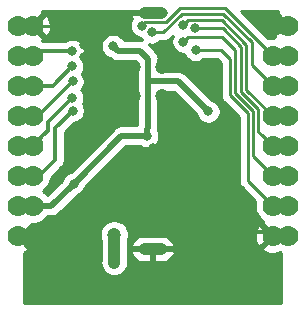
<source format=gbr>
G04 #@! TF.GenerationSoftware,KiCad,Pcbnew,5.1.0-rc2-unknown-4612175~81~ubuntu18.04.1*
G04 #@! TF.CreationDate,2019-03-08T09:47:56+02:00*
G04 #@! TF.ProjectId,LoRa_RevB,4c6f5261-5f52-4657-9642-2e6b69636164,rev?*
G04 #@! TF.SameCoordinates,Original*
G04 #@! TF.FileFunction,Copper,L2,Bot*
G04 #@! TF.FilePolarity,Positive*
%FSLAX46Y46*%
G04 Gerber Fmt 4.6, Leading zero omitted, Abs format (unit mm)*
G04 Created by KiCad (PCBNEW 5.1.0-rc2-unknown-4612175~81~ubuntu18.04.1) date 2019-03-08 09:47:56*
%MOMM*%
%LPD*%
G04 APERTURE LIST*
%ADD10C,1.778000*%
%ADD11C,0.100000*%
%ADD12O,2.500000X1.000000*%
%ADD13C,0.600000*%
%ADD14C,1.200000*%
%ADD15C,0.800000*%
%ADD16C,0.355600*%
%ADD17C,0.250000*%
%ADD18C,0.508000*%
%ADD19C,1.016000*%
%ADD20C,0.254000*%
G04 APERTURE END LIST*
D10*
X74930000Y-55880000D03*
X74930000Y-58420000D03*
X74930000Y-60960000D03*
X74930000Y-68580000D03*
X74930000Y-71120000D03*
X74930000Y-66040000D03*
X74930000Y-63500000D03*
X74930000Y-73660000D03*
D11*
G36*
X74050622Y-73529557D02*
G01*
X74067642Y-73443991D01*
X74092967Y-73360505D01*
X74126354Y-73279904D01*
X74167479Y-73202963D01*
X74215949Y-73130423D01*
X74271294Y-73062984D01*
X74332984Y-73001294D01*
X74400423Y-72945949D01*
X74472963Y-72897479D01*
X74549904Y-72856354D01*
X74630505Y-72822967D01*
X74713991Y-72797642D01*
X74799557Y-72780622D01*
X74886379Y-72772071D01*
X74973621Y-72772071D01*
X75060443Y-72780622D01*
X75146009Y-72797642D01*
X75229495Y-72822967D01*
X75310096Y-72856354D01*
X75387037Y-72897479D01*
X75459577Y-72945949D01*
X75527016Y-73001294D01*
X75588706Y-73062984D01*
X75644051Y-73130423D01*
X75692521Y-73202963D01*
X75733646Y-73279904D01*
X75767033Y-73360505D01*
X75792358Y-73443991D01*
X75809378Y-73529557D01*
X75817929Y-73616379D01*
X75817929Y-73703621D01*
X75809378Y-73790443D01*
X75792358Y-73876009D01*
X75767033Y-73959495D01*
X75733646Y-74040096D01*
X75692521Y-74117037D01*
X75644051Y-74189577D01*
X75588706Y-74257016D01*
X75527016Y-74318706D01*
X75459577Y-74374051D01*
X75387037Y-74422521D01*
X75310096Y-74463646D01*
X75229495Y-74497033D01*
X75146009Y-74522358D01*
X75060443Y-74539378D01*
X74973621Y-74547929D01*
X74886379Y-74547929D01*
X74799557Y-74539378D01*
X74713991Y-74522358D01*
X74630505Y-74497033D01*
X74549904Y-74463646D01*
X74472963Y-74422521D01*
X74400423Y-74374051D01*
X74332984Y-74318706D01*
X74271294Y-74257016D01*
X74215949Y-74189577D01*
X74167479Y-74117037D01*
X74126354Y-74040096D01*
X74092967Y-73959495D01*
X74067642Y-73876009D01*
X74050622Y-73790443D01*
X74042071Y-73703621D01*
X74042071Y-73616379D01*
X74050622Y-73529557D01*
X74050622Y-73529557D01*
G37*
D10*
X73660000Y-66040000D03*
X73660000Y-68580000D03*
X73660000Y-71120000D03*
X73660000Y-73660000D03*
X73660000Y-63500000D03*
X73660000Y-60960000D03*
X73660000Y-55880000D03*
X73660000Y-58420000D03*
X95250000Y-73660000D03*
X95250000Y-71120000D03*
X95250000Y-68580000D03*
X95250000Y-60960000D03*
X95250000Y-58420000D03*
X95250000Y-63500000D03*
X95250000Y-66040000D03*
X95250000Y-55880000D03*
D11*
G36*
X96129378Y-56010443D02*
G01*
X96112358Y-56096009D01*
X96087033Y-56179495D01*
X96053646Y-56260096D01*
X96012521Y-56337037D01*
X95964051Y-56409577D01*
X95908706Y-56477016D01*
X95847016Y-56538706D01*
X95779577Y-56594051D01*
X95707037Y-56642521D01*
X95630096Y-56683646D01*
X95549495Y-56717033D01*
X95466009Y-56742358D01*
X95380443Y-56759378D01*
X95293621Y-56767929D01*
X95206379Y-56767929D01*
X95119557Y-56759378D01*
X95033991Y-56742358D01*
X94950505Y-56717033D01*
X94869904Y-56683646D01*
X94792963Y-56642521D01*
X94720423Y-56594051D01*
X94652984Y-56538706D01*
X94591294Y-56477016D01*
X94535949Y-56409577D01*
X94487479Y-56337037D01*
X94446354Y-56260096D01*
X94412967Y-56179495D01*
X94387642Y-56096009D01*
X94370622Y-56010443D01*
X94362071Y-55923621D01*
X94362071Y-55836379D01*
X94370622Y-55749557D01*
X94387642Y-55663991D01*
X94412967Y-55580505D01*
X94446354Y-55499904D01*
X94487479Y-55422963D01*
X94535949Y-55350423D01*
X94591294Y-55282984D01*
X94652984Y-55221294D01*
X94720423Y-55165949D01*
X94792963Y-55117479D01*
X94869904Y-55076354D01*
X94950505Y-55042967D01*
X95033991Y-55017642D01*
X95119557Y-55000622D01*
X95206379Y-54992071D01*
X95293621Y-54992071D01*
X95380443Y-55000622D01*
X95466009Y-55017642D01*
X95549495Y-55042967D01*
X95630096Y-55076354D01*
X95707037Y-55117479D01*
X95779577Y-55165949D01*
X95847016Y-55221294D01*
X95908706Y-55282984D01*
X95964051Y-55350423D01*
X96012521Y-55422963D01*
X96053646Y-55499904D01*
X96087033Y-55580505D01*
X96112358Y-55663991D01*
X96129378Y-55749557D01*
X96137929Y-55836379D01*
X96137929Y-55923621D01*
X96129378Y-56010443D01*
X96129378Y-56010443D01*
G37*
D10*
X96520000Y-63500000D03*
X96520000Y-60960000D03*
X96520000Y-58420000D03*
X96520000Y-55880000D03*
X96520000Y-66040000D03*
X96520000Y-68580000D03*
X96520000Y-73660000D03*
X96520000Y-71120000D03*
D12*
X85090000Y-54770000D03*
X85090000Y-74770000D03*
D13*
X81825000Y-73550000D03*
D14*
X81825000Y-73550000D03*
X83502000Y-59400000D03*
X83502000Y-61800000D03*
X85902000Y-59400000D03*
X85902000Y-61800000D03*
D15*
X89381152Y-59451424D03*
X80314800Y-56489600D03*
X79332000Y-64060000D03*
X78332000Y-65060000D03*
X84632000Y-73360000D03*
X85632000Y-73360000D03*
X86632000Y-73360000D03*
X87632000Y-73360000D03*
X88632000Y-73360000D03*
X89632000Y-73360000D03*
X90632000Y-73360000D03*
X91632000Y-73360000D03*
X88902800Y-70205600D03*
X87902800Y-70205600D03*
X88953600Y-71462800D03*
X87953600Y-71462800D03*
X86902800Y-70205600D03*
X86953600Y-71462800D03*
X89445600Y-65786000D03*
X90445600Y-65786000D03*
X91445600Y-65786000D03*
X80121400Y-73362800D03*
X78121400Y-73362800D03*
X79121400Y-73362801D03*
X79248000Y-56484000D03*
X79248000Y-57484000D03*
X79248000Y-58484000D03*
X79248000Y-66040000D03*
X85140800Y-66192400D03*
X84607495Y-65187077D03*
X81737200Y-57594500D03*
X89789000Y-63119000D03*
X78384400Y-69240400D03*
X81809800Y-75931700D03*
X78308200Y-63068200D03*
X78270100Y-61976000D03*
X78282800Y-58000900D03*
X88708712Y-57923912D03*
X78270100Y-59309000D03*
X78295500Y-60591700D03*
X87680800Y-57221791D03*
X84988400Y-56438800D03*
X84162776Y-55855631D03*
X87680800Y-55770000D03*
X88672787Y-56095001D03*
D16*
X94983300Y-56146700D02*
X95250000Y-55880000D01*
D17*
X78644000Y-55880000D02*
X79248000Y-56484000D01*
X74930000Y-55880000D02*
X78644000Y-55880000D01*
D16*
X89039200Y-66192400D02*
X89445600Y-65786000D01*
X85140800Y-66192400D02*
X89039200Y-66192400D01*
X75227200Y-73362800D02*
X74930000Y-73660000D01*
X78121400Y-73362800D02*
X75227200Y-73362800D01*
X94950000Y-73360000D02*
X95250000Y-73660000D01*
X91632000Y-73360000D02*
X94950000Y-73360000D01*
D18*
X87249000Y-60579000D02*
X89789000Y-63119000D01*
X84683600Y-64545287D02*
X84607495Y-64621392D01*
X84607495Y-64621392D02*
X84607495Y-65187077D01*
X81737200Y-57594500D02*
X82137199Y-57994499D01*
X84029499Y-57994499D02*
X84683600Y-58648600D01*
X82137199Y-57994499D02*
X84029499Y-57994499D01*
X87249000Y-60579000D02*
X84709000Y-60579000D01*
X84683600Y-58648600D02*
X84683600Y-60604400D01*
X84709000Y-60579000D02*
X84683600Y-60604400D01*
X84683600Y-60604400D02*
X84683600Y-64545287D01*
X84607495Y-65187077D02*
X82437723Y-65187077D01*
X82437723Y-65187077D02*
X78384400Y-69240400D01*
X76504800Y-71120000D02*
X78384400Y-69240400D01*
X74930000Y-71120000D02*
X76504800Y-71120000D01*
D19*
X81825000Y-75916500D02*
X81809800Y-75931700D01*
X81825000Y-73550000D02*
X81825000Y-75916500D01*
D16*
X76809600Y-67259200D02*
X75488800Y-68580000D01*
X78308200Y-63068200D02*
X76809600Y-64566800D01*
X75488800Y-68580000D02*
X74930000Y-68580000D01*
X76809600Y-64566800D02*
X76809600Y-67259200D01*
X75818999Y-65151001D02*
X74930000Y-66040000D01*
X76196801Y-64773199D02*
X75818999Y-65151001D01*
X76196801Y-64011199D02*
X76196801Y-64773199D01*
X78270100Y-61976000D02*
X78232000Y-61976000D01*
X78232000Y-61976000D02*
X76196801Y-64011199D01*
X75349100Y-58000900D02*
X74930000Y-58420000D01*
X78282800Y-58000900D02*
X75349100Y-58000900D01*
D17*
X94361001Y-70231001D02*
X95250000Y-71120000D01*
X90842312Y-57923912D02*
X91592400Y-58674000D01*
X88708712Y-57923912D02*
X90842312Y-57923912D01*
X91592400Y-61751632D02*
X93116400Y-63275632D01*
X91592400Y-58674000D02*
X91592400Y-61751632D01*
X93116400Y-63275632D02*
X93116400Y-68986400D01*
X93116400Y-68986400D02*
X94361001Y-70231001D01*
D16*
X76619100Y-60960000D02*
X74930000Y-60960000D01*
X78270100Y-59309000D02*
X76619100Y-60960000D01*
X75387200Y-63500000D02*
X74930000Y-63500000D01*
X78295500Y-60591700D02*
X75387200Y-63500000D01*
D17*
X90958988Y-56821792D02*
X92049600Y-57912404D01*
X92049600Y-57912404D02*
X92049600Y-61572421D01*
X93585988Y-66915988D02*
X94361001Y-67691001D01*
X88080799Y-56821792D02*
X90958988Y-56821792D01*
X87680800Y-57221791D02*
X88080799Y-56821792D01*
X94361001Y-67691001D02*
X95250000Y-68580000D01*
X93585988Y-63108809D02*
X93585988Y-66915988D01*
X92049600Y-61572421D02*
X93585988Y-63108809D01*
X91050400Y-54856810D02*
X93472001Y-57278411D01*
X93472001Y-59182001D02*
X94361001Y-60071001D01*
X87562401Y-54856810D02*
X91050400Y-54856810D01*
X94361001Y-60071001D02*
X95250000Y-60960000D01*
X93472001Y-57278411D02*
X93472001Y-59182001D01*
X85980411Y-56438800D02*
X87562401Y-54856810D01*
X84988400Y-56438800D02*
X85980411Y-56438800D01*
X87319140Y-54457600D02*
X87325200Y-54457600D01*
X87325200Y-54457600D02*
X87376001Y-54406799D01*
X86181730Y-55595010D02*
X87319140Y-54457600D01*
X87376001Y-54406799D02*
X91236799Y-54406799D01*
X84423397Y-55595010D02*
X86181730Y-55595010D01*
X84162776Y-55855631D02*
X84423397Y-55595010D01*
X91236799Y-54406799D02*
X94361001Y-57531001D01*
X94361001Y-57531001D02*
X95250000Y-58420000D01*
X93021990Y-57464810D02*
X93021990Y-61271990D01*
X90927181Y-55370001D02*
X93021990Y-57464810D01*
X88080799Y-55370001D02*
X90927181Y-55370001D01*
X87680800Y-55770000D02*
X88080799Y-55370001D01*
X93021990Y-61271990D02*
X95250000Y-63500000D01*
X94035999Y-62922409D02*
X94035999Y-64825999D01*
X94361001Y-65151001D02*
X95250000Y-66040000D01*
X91015771Y-56095001D02*
X92557600Y-57636830D01*
X88672787Y-56095001D02*
X91015771Y-56095001D01*
X92557600Y-61444010D02*
X94035999Y-62922409D01*
X92557600Y-57636830D02*
X92557600Y-61444010D01*
X94035999Y-64825999D02*
X94361001Y-65151001D01*
D20*
G36*
X86763595Y-56731535D02*
G01*
X86685574Y-56919893D01*
X86645800Y-57119852D01*
X86645800Y-57323730D01*
X86685574Y-57523689D01*
X86763595Y-57712047D01*
X86876863Y-57881565D01*
X87021026Y-58025728D01*
X87190544Y-58138996D01*
X87378902Y-58217017D01*
X87578861Y-58256791D01*
X87726319Y-58256791D01*
X87791507Y-58414168D01*
X87904775Y-58583686D01*
X88048938Y-58727849D01*
X88218456Y-58841117D01*
X88406814Y-58919138D01*
X88606773Y-58958912D01*
X88810651Y-58958912D01*
X89010610Y-58919138D01*
X89198968Y-58841117D01*
X89368486Y-58727849D01*
X89412423Y-58683912D01*
X90527511Y-58683912D01*
X90832400Y-58988802D01*
X90832401Y-61714300D01*
X90828724Y-61751632D01*
X90843398Y-61900617D01*
X90886854Y-62043878D01*
X90957426Y-62175908D01*
X91019437Y-62251468D01*
X91052400Y-62291633D01*
X91081398Y-62315431D01*
X92356400Y-63590435D01*
X92356401Y-68949068D01*
X92352724Y-68986400D01*
X92367398Y-69135385D01*
X92410854Y-69278646D01*
X92481426Y-69410676D01*
X92539960Y-69481999D01*
X92576400Y-69526401D01*
X92605398Y-69550199D01*
X93775623Y-70720425D01*
X93726000Y-70969899D01*
X93726000Y-71270101D01*
X93784566Y-71564534D01*
X93899449Y-71841885D01*
X94066232Y-72091493D01*
X94278507Y-72303768D01*
X94436622Y-72409417D01*
X94373374Y-72603769D01*
X95045250Y-73275645D01*
X95006420Y-73427230D01*
X94997701Y-73587306D01*
X94193769Y-72783374D01*
X93940711Y-72865727D01*
X93810914Y-73136418D01*
X93736420Y-73427230D01*
X93720092Y-73726988D01*
X93762557Y-74024171D01*
X93862184Y-74307359D01*
X93940711Y-74454273D01*
X94193769Y-74536626D01*
X94991757Y-73738638D01*
X95032557Y-74024171D01*
X95041113Y-74048492D01*
X94373374Y-74716231D01*
X94455727Y-74969289D01*
X94726418Y-75099086D01*
X95017230Y-75173580D01*
X95316988Y-75189908D01*
X95614171Y-75147443D01*
X95892823Y-75049412D01*
X95987000Y-75094570D01*
X95987000Y-79350000D01*
X74193000Y-79350000D01*
X74193000Y-75088048D01*
X74307359Y-75047816D01*
X74454273Y-74969289D01*
X74536626Y-74716231D01*
X74193000Y-74372605D01*
X74193000Y-74013395D01*
X74716231Y-74536626D01*
X74969289Y-74454273D01*
X75099086Y-74183582D01*
X75173580Y-73892770D01*
X75189908Y-73593012D01*
X75166382Y-73428363D01*
X80590000Y-73428363D01*
X80590000Y-73671637D01*
X80637460Y-73910236D01*
X80682000Y-74017766D01*
X80682001Y-75721219D01*
X80661271Y-75931700D01*
X80683339Y-76155767D01*
X80748698Y-76371223D01*
X80854833Y-76569788D01*
X80997667Y-76743833D01*
X81171712Y-76886667D01*
X81370277Y-76992802D01*
X81585733Y-77058161D01*
X81809800Y-77080229D01*
X82033867Y-77058161D01*
X82249323Y-76992802D01*
X82447888Y-76886667D01*
X82578321Y-76779624D01*
X82593517Y-76764428D01*
X82637133Y-76728633D01*
X82779968Y-76554589D01*
X82886103Y-76356023D01*
X82951461Y-76140567D01*
X82968000Y-75972646D01*
X82968000Y-75972639D01*
X82973529Y-75916501D01*
X82968000Y-75860362D01*
X82968000Y-75071874D01*
X83245881Y-75071874D01*
X83325724Y-75294976D01*
X83447631Y-75482764D01*
X83603831Y-75643161D01*
X83788322Y-75770003D01*
X83994013Y-75858415D01*
X84213000Y-75905000D01*
X84963000Y-75905000D01*
X84963000Y-74897000D01*
X85217000Y-74897000D01*
X85217000Y-75905000D01*
X85967000Y-75905000D01*
X86185987Y-75858415D01*
X86391678Y-75770003D01*
X86576169Y-75643161D01*
X86732369Y-75482764D01*
X86854276Y-75294976D01*
X86934119Y-75071874D01*
X86807954Y-74897000D01*
X85217000Y-74897000D01*
X84963000Y-74897000D01*
X83372046Y-74897000D01*
X83245881Y-75071874D01*
X82968000Y-75071874D01*
X82968000Y-74468126D01*
X83245881Y-74468126D01*
X83372046Y-74643000D01*
X84963000Y-74643000D01*
X84963000Y-74623000D01*
X85217000Y-74623000D01*
X85217000Y-74643000D01*
X86807954Y-74643000D01*
X86934119Y-74468126D01*
X86854276Y-74245024D01*
X86732369Y-74057236D01*
X86576169Y-73896839D01*
X86391678Y-73769997D01*
X86185987Y-73681585D01*
X85967000Y-73635000D01*
X84213000Y-73635000D01*
X83994013Y-73681585D01*
X83788322Y-73769997D01*
X83603831Y-73896839D01*
X83447631Y-74057236D01*
X83325724Y-74245024D01*
X83245881Y-74468126D01*
X82968000Y-74468126D01*
X82968000Y-74017765D01*
X83012540Y-73910236D01*
X83060000Y-73671637D01*
X83060000Y-73428363D01*
X83012540Y-73189764D01*
X82919443Y-72965008D01*
X82784287Y-72762733D01*
X82612267Y-72590713D01*
X82409992Y-72455557D01*
X82185236Y-72362460D01*
X81946637Y-72315000D01*
X81703363Y-72315000D01*
X81464764Y-72362460D01*
X81240008Y-72455557D01*
X81037733Y-72590713D01*
X80865713Y-72762733D01*
X80730557Y-72965008D01*
X80637460Y-73189764D01*
X80590000Y-73428363D01*
X75166382Y-73428363D01*
X75147443Y-73295829D01*
X75047816Y-73012641D01*
X74969289Y-72865727D01*
X74716233Y-72783375D01*
X74832214Y-72667394D01*
X74808820Y-72644000D01*
X75080101Y-72644000D01*
X75374534Y-72585434D01*
X75651885Y-72470551D01*
X75901493Y-72303768D01*
X76113768Y-72091493D01*
X76168888Y-72009000D01*
X76461140Y-72009000D01*
X76504800Y-72013300D01*
X76548460Y-72009000D01*
X76548467Y-72009000D01*
X76679074Y-71996136D01*
X76846651Y-71945303D01*
X77001091Y-71862753D01*
X77136459Y-71751659D01*
X77164299Y-71717736D01*
X78636506Y-70245530D01*
X78686298Y-70235626D01*
X78874656Y-70157605D01*
X79044174Y-70044337D01*
X79188337Y-69900174D01*
X79301605Y-69730656D01*
X79379626Y-69542298D01*
X79389530Y-69492505D01*
X82805958Y-66076077D01*
X84075027Y-66076077D01*
X84117239Y-66104282D01*
X84305597Y-66182303D01*
X84505556Y-66222077D01*
X84709434Y-66222077D01*
X84909393Y-66182303D01*
X85097751Y-66104282D01*
X85267269Y-65991014D01*
X85411432Y-65846851D01*
X85524700Y-65677333D01*
X85602721Y-65488975D01*
X85642495Y-65289016D01*
X85642495Y-65085138D01*
X85602721Y-64885179D01*
X85548907Y-64755261D01*
X85559736Y-64719561D01*
X85572600Y-64588954D01*
X85572600Y-64588947D01*
X85576900Y-64545287D01*
X85572600Y-64501627D01*
X85572600Y-61468000D01*
X86880765Y-61468000D01*
X88783870Y-63371106D01*
X88793774Y-63420898D01*
X88871795Y-63609256D01*
X88985063Y-63778774D01*
X89129226Y-63922937D01*
X89298744Y-64036205D01*
X89487102Y-64114226D01*
X89687061Y-64154000D01*
X89890939Y-64154000D01*
X90090898Y-64114226D01*
X90279256Y-64036205D01*
X90448774Y-63922937D01*
X90592937Y-63778774D01*
X90706205Y-63609256D01*
X90784226Y-63420898D01*
X90824000Y-63220939D01*
X90824000Y-63017061D01*
X90784226Y-62817102D01*
X90706205Y-62628744D01*
X90592937Y-62459226D01*
X90448774Y-62315063D01*
X90279256Y-62201795D01*
X90090898Y-62123774D01*
X90041106Y-62113870D01*
X87908499Y-59981264D01*
X87880659Y-59947341D01*
X87745291Y-59836247D01*
X87590851Y-59753697D01*
X87423274Y-59702864D01*
X87292667Y-59690000D01*
X87292660Y-59690000D01*
X87249000Y-59685700D01*
X87205340Y-59690000D01*
X85572600Y-59690000D01*
X85572600Y-58692268D01*
X85576901Y-58648600D01*
X85559736Y-58474325D01*
X85521473Y-58348188D01*
X85508903Y-58306749D01*
X85426353Y-58152309D01*
X85315259Y-58016941D01*
X85281342Y-57989106D01*
X84736133Y-57443898D01*
X84886461Y-57473800D01*
X85090339Y-57473800D01*
X85290298Y-57434026D01*
X85478656Y-57356005D01*
X85648174Y-57242737D01*
X85692111Y-57198800D01*
X85943089Y-57198800D01*
X85980411Y-57202476D01*
X86017733Y-57198800D01*
X86017744Y-57198800D01*
X86129397Y-57187803D01*
X86272658Y-57144346D01*
X86404687Y-57073774D01*
X86520412Y-56978801D01*
X86544215Y-56949797D01*
X86765846Y-56728166D01*
X86763595Y-56731535D01*
X86763595Y-56731535D01*
G37*
X86763595Y-56731535D02*
X86685574Y-56919893D01*
X86645800Y-57119852D01*
X86645800Y-57323730D01*
X86685574Y-57523689D01*
X86763595Y-57712047D01*
X86876863Y-57881565D01*
X87021026Y-58025728D01*
X87190544Y-58138996D01*
X87378902Y-58217017D01*
X87578861Y-58256791D01*
X87726319Y-58256791D01*
X87791507Y-58414168D01*
X87904775Y-58583686D01*
X88048938Y-58727849D01*
X88218456Y-58841117D01*
X88406814Y-58919138D01*
X88606773Y-58958912D01*
X88810651Y-58958912D01*
X89010610Y-58919138D01*
X89198968Y-58841117D01*
X89368486Y-58727849D01*
X89412423Y-58683912D01*
X90527511Y-58683912D01*
X90832400Y-58988802D01*
X90832401Y-61714300D01*
X90828724Y-61751632D01*
X90843398Y-61900617D01*
X90886854Y-62043878D01*
X90957426Y-62175908D01*
X91019437Y-62251468D01*
X91052400Y-62291633D01*
X91081398Y-62315431D01*
X92356400Y-63590435D01*
X92356401Y-68949068D01*
X92352724Y-68986400D01*
X92367398Y-69135385D01*
X92410854Y-69278646D01*
X92481426Y-69410676D01*
X92539960Y-69481999D01*
X92576400Y-69526401D01*
X92605398Y-69550199D01*
X93775623Y-70720425D01*
X93726000Y-70969899D01*
X93726000Y-71270101D01*
X93784566Y-71564534D01*
X93899449Y-71841885D01*
X94066232Y-72091493D01*
X94278507Y-72303768D01*
X94436622Y-72409417D01*
X94373374Y-72603769D01*
X95045250Y-73275645D01*
X95006420Y-73427230D01*
X94997701Y-73587306D01*
X94193769Y-72783374D01*
X93940711Y-72865727D01*
X93810914Y-73136418D01*
X93736420Y-73427230D01*
X93720092Y-73726988D01*
X93762557Y-74024171D01*
X93862184Y-74307359D01*
X93940711Y-74454273D01*
X94193769Y-74536626D01*
X94991757Y-73738638D01*
X95032557Y-74024171D01*
X95041113Y-74048492D01*
X94373374Y-74716231D01*
X94455727Y-74969289D01*
X94726418Y-75099086D01*
X95017230Y-75173580D01*
X95316988Y-75189908D01*
X95614171Y-75147443D01*
X95892823Y-75049412D01*
X95987000Y-75094570D01*
X95987000Y-79350000D01*
X74193000Y-79350000D01*
X74193000Y-75088048D01*
X74307359Y-75047816D01*
X74454273Y-74969289D01*
X74536626Y-74716231D01*
X74193000Y-74372605D01*
X74193000Y-74013395D01*
X74716231Y-74536626D01*
X74969289Y-74454273D01*
X75099086Y-74183582D01*
X75173580Y-73892770D01*
X75189908Y-73593012D01*
X75166382Y-73428363D01*
X80590000Y-73428363D01*
X80590000Y-73671637D01*
X80637460Y-73910236D01*
X80682000Y-74017766D01*
X80682001Y-75721219D01*
X80661271Y-75931700D01*
X80683339Y-76155767D01*
X80748698Y-76371223D01*
X80854833Y-76569788D01*
X80997667Y-76743833D01*
X81171712Y-76886667D01*
X81370277Y-76992802D01*
X81585733Y-77058161D01*
X81809800Y-77080229D01*
X82033867Y-77058161D01*
X82249323Y-76992802D01*
X82447888Y-76886667D01*
X82578321Y-76779624D01*
X82593517Y-76764428D01*
X82637133Y-76728633D01*
X82779968Y-76554589D01*
X82886103Y-76356023D01*
X82951461Y-76140567D01*
X82968000Y-75972646D01*
X82968000Y-75972639D01*
X82973529Y-75916501D01*
X82968000Y-75860362D01*
X82968000Y-75071874D01*
X83245881Y-75071874D01*
X83325724Y-75294976D01*
X83447631Y-75482764D01*
X83603831Y-75643161D01*
X83788322Y-75770003D01*
X83994013Y-75858415D01*
X84213000Y-75905000D01*
X84963000Y-75905000D01*
X84963000Y-74897000D01*
X85217000Y-74897000D01*
X85217000Y-75905000D01*
X85967000Y-75905000D01*
X86185987Y-75858415D01*
X86391678Y-75770003D01*
X86576169Y-75643161D01*
X86732369Y-75482764D01*
X86854276Y-75294976D01*
X86934119Y-75071874D01*
X86807954Y-74897000D01*
X85217000Y-74897000D01*
X84963000Y-74897000D01*
X83372046Y-74897000D01*
X83245881Y-75071874D01*
X82968000Y-75071874D01*
X82968000Y-74468126D01*
X83245881Y-74468126D01*
X83372046Y-74643000D01*
X84963000Y-74643000D01*
X84963000Y-74623000D01*
X85217000Y-74623000D01*
X85217000Y-74643000D01*
X86807954Y-74643000D01*
X86934119Y-74468126D01*
X86854276Y-74245024D01*
X86732369Y-74057236D01*
X86576169Y-73896839D01*
X86391678Y-73769997D01*
X86185987Y-73681585D01*
X85967000Y-73635000D01*
X84213000Y-73635000D01*
X83994013Y-73681585D01*
X83788322Y-73769997D01*
X83603831Y-73896839D01*
X83447631Y-74057236D01*
X83325724Y-74245024D01*
X83245881Y-74468126D01*
X82968000Y-74468126D01*
X82968000Y-74017765D01*
X83012540Y-73910236D01*
X83060000Y-73671637D01*
X83060000Y-73428363D01*
X83012540Y-73189764D01*
X82919443Y-72965008D01*
X82784287Y-72762733D01*
X82612267Y-72590713D01*
X82409992Y-72455557D01*
X82185236Y-72362460D01*
X81946637Y-72315000D01*
X81703363Y-72315000D01*
X81464764Y-72362460D01*
X81240008Y-72455557D01*
X81037733Y-72590713D01*
X80865713Y-72762733D01*
X80730557Y-72965008D01*
X80637460Y-73189764D01*
X80590000Y-73428363D01*
X75166382Y-73428363D01*
X75147443Y-73295829D01*
X75047816Y-73012641D01*
X74969289Y-72865727D01*
X74716233Y-72783375D01*
X74832214Y-72667394D01*
X74808820Y-72644000D01*
X75080101Y-72644000D01*
X75374534Y-72585434D01*
X75651885Y-72470551D01*
X75901493Y-72303768D01*
X76113768Y-72091493D01*
X76168888Y-72009000D01*
X76461140Y-72009000D01*
X76504800Y-72013300D01*
X76548460Y-72009000D01*
X76548467Y-72009000D01*
X76679074Y-71996136D01*
X76846651Y-71945303D01*
X77001091Y-71862753D01*
X77136459Y-71751659D01*
X77164299Y-71717736D01*
X78636506Y-70245530D01*
X78686298Y-70235626D01*
X78874656Y-70157605D01*
X79044174Y-70044337D01*
X79188337Y-69900174D01*
X79301605Y-69730656D01*
X79379626Y-69542298D01*
X79389530Y-69492505D01*
X82805958Y-66076077D01*
X84075027Y-66076077D01*
X84117239Y-66104282D01*
X84305597Y-66182303D01*
X84505556Y-66222077D01*
X84709434Y-66222077D01*
X84909393Y-66182303D01*
X85097751Y-66104282D01*
X85267269Y-65991014D01*
X85411432Y-65846851D01*
X85524700Y-65677333D01*
X85602721Y-65488975D01*
X85642495Y-65289016D01*
X85642495Y-65085138D01*
X85602721Y-64885179D01*
X85548907Y-64755261D01*
X85559736Y-64719561D01*
X85572600Y-64588954D01*
X85572600Y-64588947D01*
X85576900Y-64545287D01*
X85572600Y-64501627D01*
X85572600Y-61468000D01*
X86880765Y-61468000D01*
X88783870Y-63371106D01*
X88793774Y-63420898D01*
X88871795Y-63609256D01*
X88985063Y-63778774D01*
X89129226Y-63922937D01*
X89298744Y-64036205D01*
X89487102Y-64114226D01*
X89687061Y-64154000D01*
X89890939Y-64154000D01*
X90090898Y-64114226D01*
X90279256Y-64036205D01*
X90448774Y-63922937D01*
X90592937Y-63778774D01*
X90706205Y-63609256D01*
X90784226Y-63420898D01*
X90824000Y-63220939D01*
X90824000Y-63017061D01*
X90784226Y-62817102D01*
X90706205Y-62628744D01*
X90592937Y-62459226D01*
X90448774Y-62315063D01*
X90279256Y-62201795D01*
X90090898Y-62123774D01*
X90041106Y-62113870D01*
X87908499Y-59981264D01*
X87880659Y-59947341D01*
X87745291Y-59836247D01*
X87590851Y-59753697D01*
X87423274Y-59702864D01*
X87292667Y-59690000D01*
X87292660Y-59690000D01*
X87249000Y-59685700D01*
X87205340Y-59690000D01*
X85572600Y-59690000D01*
X85572600Y-58692268D01*
X85576901Y-58648600D01*
X85559736Y-58474325D01*
X85521473Y-58348188D01*
X85508903Y-58306749D01*
X85426353Y-58152309D01*
X85315259Y-58016941D01*
X85281342Y-57989106D01*
X84736133Y-57443898D01*
X84886461Y-57473800D01*
X85090339Y-57473800D01*
X85290298Y-57434026D01*
X85478656Y-57356005D01*
X85648174Y-57242737D01*
X85692111Y-57198800D01*
X85943089Y-57198800D01*
X85980411Y-57202476D01*
X86017733Y-57198800D01*
X86017744Y-57198800D01*
X86129397Y-57187803D01*
X86272658Y-57144346D01*
X86404687Y-57073774D01*
X86520412Y-56978801D01*
X86544215Y-56949797D01*
X86765846Y-56728166D01*
X86763595Y-56731535D01*
G36*
X83372046Y-54643000D02*
G01*
X84963000Y-54643000D01*
X84963000Y-54635000D01*
X85217000Y-54635000D01*
X85217000Y-54643000D01*
X85237000Y-54643000D01*
X85237000Y-54835010D01*
X84460722Y-54835010D01*
X84423397Y-54831334D01*
X84386072Y-54835010D01*
X84386064Y-54835010D01*
X84353251Y-54838242D01*
X84264715Y-54820631D01*
X84060837Y-54820631D01*
X83860878Y-54860405D01*
X83772530Y-54897000D01*
X83372046Y-54897000D01*
X83245881Y-55071874D01*
X83314174Y-55262703D01*
X83245571Y-55365375D01*
X83167550Y-55553733D01*
X83127776Y-55753692D01*
X83127776Y-55957570D01*
X83167550Y-56157529D01*
X83245571Y-56345887D01*
X83358839Y-56515405D01*
X83503002Y-56659568D01*
X83672520Y-56772836D01*
X83860878Y-56850857D01*
X84054780Y-56889426D01*
X84071195Y-56929056D01*
X84184463Y-57098574D01*
X84204461Y-57118572D01*
X84203773Y-57118363D01*
X84073166Y-57105499D01*
X84073159Y-57105499D01*
X84029499Y-57101199D01*
X83985839Y-57105499D01*
X82654925Y-57105499D01*
X82654405Y-57104244D01*
X82541137Y-56934726D01*
X82396974Y-56790563D01*
X82227456Y-56677295D01*
X82039098Y-56599274D01*
X81839139Y-56559500D01*
X81635261Y-56559500D01*
X81435302Y-56599274D01*
X81246944Y-56677295D01*
X81077426Y-56790563D01*
X80933263Y-56934726D01*
X80819995Y-57104244D01*
X80741974Y-57292602D01*
X80702200Y-57492561D01*
X80702200Y-57696439D01*
X80741974Y-57896398D01*
X80819995Y-58084756D01*
X80933263Y-58254274D01*
X81077426Y-58398437D01*
X81246944Y-58511705D01*
X81435302Y-58589726D01*
X81483511Y-58599315D01*
X81505540Y-58626158D01*
X81640908Y-58737252D01*
X81795348Y-58819802D01*
X81876026Y-58844275D01*
X81962924Y-58870635D01*
X81981272Y-58872442D01*
X82093532Y-58883499D01*
X82093538Y-58883499D01*
X82137198Y-58887799D01*
X82180858Y-58883499D01*
X83661264Y-58883499D01*
X83794600Y-59016836D01*
X83794601Y-60560724D01*
X83794600Y-60560734D01*
X83794600Y-60560740D01*
X83790300Y-60604400D01*
X83794600Y-60648060D01*
X83794601Y-64256327D01*
X83791462Y-64262200D01*
X83782192Y-64279542D01*
X83776570Y-64298077D01*
X82481382Y-64298077D01*
X82437722Y-64293777D01*
X82394062Y-64298077D01*
X82394056Y-64298077D01*
X82296647Y-64307671D01*
X82263447Y-64310941D01*
X82186545Y-64334269D01*
X82095872Y-64361774D01*
X81941432Y-64444324D01*
X81806064Y-64555418D01*
X81778224Y-64589341D01*
X78132295Y-68235270D01*
X78082502Y-68245174D01*
X77894144Y-68323195D01*
X77724626Y-68436463D01*
X77580463Y-68580626D01*
X77467195Y-68750144D01*
X77389174Y-68938502D01*
X77379270Y-68988294D01*
X76155941Y-70211624D01*
X76113768Y-70148507D01*
X75901493Y-69936232D01*
X75772438Y-69850000D01*
X75901493Y-69763768D01*
X76113768Y-69551493D01*
X76280551Y-69301885D01*
X76395434Y-69024534D01*
X76445515Y-68772757D01*
X77356106Y-67862167D01*
X77387117Y-67836717D01*
X77444168Y-67767200D01*
X77488688Y-67712953D01*
X77514977Y-67663768D01*
X77564162Y-67571750D01*
X77610639Y-67418537D01*
X77622400Y-67299123D01*
X77622400Y-67299121D01*
X77626332Y-67259201D01*
X77622400Y-67219280D01*
X77622400Y-64903472D01*
X78425784Y-64100088D01*
X78610098Y-64063426D01*
X78798456Y-63985405D01*
X78967974Y-63872137D01*
X79112137Y-63727974D01*
X79225405Y-63558456D01*
X79303426Y-63370098D01*
X79343200Y-63170139D01*
X79343200Y-62966261D01*
X79303426Y-62766302D01*
X79225405Y-62577944D01*
X79169041Y-62493590D01*
X79187305Y-62466256D01*
X79265326Y-62277898D01*
X79305100Y-62077939D01*
X79305100Y-61874061D01*
X79265326Y-61674102D01*
X79187305Y-61485744D01*
X79074037Y-61316226D01*
X79054361Y-61296550D01*
X79099437Y-61251474D01*
X79212705Y-61081956D01*
X79290726Y-60893598D01*
X79330500Y-60693639D01*
X79330500Y-60489761D01*
X79290726Y-60289802D01*
X79212705Y-60101444D01*
X79099437Y-59931926D01*
X79098970Y-59931459D01*
X79187305Y-59799256D01*
X79265326Y-59610898D01*
X79305100Y-59410939D01*
X79305100Y-59207061D01*
X79265326Y-59007102D01*
X79187305Y-58818744D01*
X79083709Y-58663702D01*
X79086737Y-58660674D01*
X79200005Y-58491156D01*
X79278026Y-58302798D01*
X79317800Y-58102839D01*
X79317800Y-57898961D01*
X79278026Y-57699002D01*
X79200005Y-57510644D01*
X79086737Y-57341126D01*
X78942574Y-57196963D01*
X78773056Y-57083695D01*
X78584698Y-57005674D01*
X78384739Y-56965900D01*
X78180861Y-56965900D01*
X77980902Y-57005674D01*
X77792544Y-57083695D01*
X77636290Y-57188100D01*
X75829458Y-57188100D01*
X75743378Y-57130583D01*
X75806626Y-56936231D01*
X75134750Y-56264355D01*
X75173580Y-56112770D01*
X75182299Y-55952694D01*
X75986231Y-56756626D01*
X76239289Y-56674273D01*
X76369086Y-56403582D01*
X76443580Y-56112770D01*
X76459908Y-55813012D01*
X76417443Y-55515829D01*
X76317816Y-55232641D01*
X76239289Y-55085727D01*
X75986231Y-55003374D01*
X75188243Y-55801362D01*
X75147443Y-55515829D01*
X75138887Y-55491508D01*
X75806626Y-54823769D01*
X75745195Y-54635000D01*
X83366274Y-54635000D01*
X83372046Y-54643000D01*
X83372046Y-54643000D01*
G37*
X83372046Y-54643000D02*
X84963000Y-54643000D01*
X84963000Y-54635000D01*
X85217000Y-54635000D01*
X85217000Y-54643000D01*
X85237000Y-54643000D01*
X85237000Y-54835010D01*
X84460722Y-54835010D01*
X84423397Y-54831334D01*
X84386072Y-54835010D01*
X84386064Y-54835010D01*
X84353251Y-54838242D01*
X84264715Y-54820631D01*
X84060837Y-54820631D01*
X83860878Y-54860405D01*
X83772530Y-54897000D01*
X83372046Y-54897000D01*
X83245881Y-55071874D01*
X83314174Y-55262703D01*
X83245571Y-55365375D01*
X83167550Y-55553733D01*
X83127776Y-55753692D01*
X83127776Y-55957570D01*
X83167550Y-56157529D01*
X83245571Y-56345887D01*
X83358839Y-56515405D01*
X83503002Y-56659568D01*
X83672520Y-56772836D01*
X83860878Y-56850857D01*
X84054780Y-56889426D01*
X84071195Y-56929056D01*
X84184463Y-57098574D01*
X84204461Y-57118572D01*
X84203773Y-57118363D01*
X84073166Y-57105499D01*
X84073159Y-57105499D01*
X84029499Y-57101199D01*
X83985839Y-57105499D01*
X82654925Y-57105499D01*
X82654405Y-57104244D01*
X82541137Y-56934726D01*
X82396974Y-56790563D01*
X82227456Y-56677295D01*
X82039098Y-56599274D01*
X81839139Y-56559500D01*
X81635261Y-56559500D01*
X81435302Y-56599274D01*
X81246944Y-56677295D01*
X81077426Y-56790563D01*
X80933263Y-56934726D01*
X80819995Y-57104244D01*
X80741974Y-57292602D01*
X80702200Y-57492561D01*
X80702200Y-57696439D01*
X80741974Y-57896398D01*
X80819995Y-58084756D01*
X80933263Y-58254274D01*
X81077426Y-58398437D01*
X81246944Y-58511705D01*
X81435302Y-58589726D01*
X81483511Y-58599315D01*
X81505540Y-58626158D01*
X81640908Y-58737252D01*
X81795348Y-58819802D01*
X81876026Y-58844275D01*
X81962924Y-58870635D01*
X81981272Y-58872442D01*
X82093532Y-58883499D01*
X82093538Y-58883499D01*
X82137198Y-58887799D01*
X82180858Y-58883499D01*
X83661264Y-58883499D01*
X83794600Y-59016836D01*
X83794601Y-60560724D01*
X83794600Y-60560734D01*
X83794600Y-60560740D01*
X83790300Y-60604400D01*
X83794600Y-60648060D01*
X83794601Y-64256327D01*
X83791462Y-64262200D01*
X83782192Y-64279542D01*
X83776570Y-64298077D01*
X82481382Y-64298077D01*
X82437722Y-64293777D01*
X82394062Y-64298077D01*
X82394056Y-64298077D01*
X82296647Y-64307671D01*
X82263447Y-64310941D01*
X82186545Y-64334269D01*
X82095872Y-64361774D01*
X81941432Y-64444324D01*
X81806064Y-64555418D01*
X81778224Y-64589341D01*
X78132295Y-68235270D01*
X78082502Y-68245174D01*
X77894144Y-68323195D01*
X77724626Y-68436463D01*
X77580463Y-68580626D01*
X77467195Y-68750144D01*
X77389174Y-68938502D01*
X77379270Y-68988294D01*
X76155941Y-70211624D01*
X76113768Y-70148507D01*
X75901493Y-69936232D01*
X75772438Y-69850000D01*
X75901493Y-69763768D01*
X76113768Y-69551493D01*
X76280551Y-69301885D01*
X76395434Y-69024534D01*
X76445515Y-68772757D01*
X77356106Y-67862167D01*
X77387117Y-67836717D01*
X77444168Y-67767200D01*
X77488688Y-67712953D01*
X77514977Y-67663768D01*
X77564162Y-67571750D01*
X77610639Y-67418537D01*
X77622400Y-67299123D01*
X77622400Y-67299121D01*
X77626332Y-67259201D01*
X77622400Y-67219280D01*
X77622400Y-64903472D01*
X78425784Y-64100088D01*
X78610098Y-64063426D01*
X78798456Y-63985405D01*
X78967974Y-63872137D01*
X79112137Y-63727974D01*
X79225405Y-63558456D01*
X79303426Y-63370098D01*
X79343200Y-63170139D01*
X79343200Y-62966261D01*
X79303426Y-62766302D01*
X79225405Y-62577944D01*
X79169041Y-62493590D01*
X79187305Y-62466256D01*
X79265326Y-62277898D01*
X79305100Y-62077939D01*
X79305100Y-61874061D01*
X79265326Y-61674102D01*
X79187305Y-61485744D01*
X79074037Y-61316226D01*
X79054361Y-61296550D01*
X79099437Y-61251474D01*
X79212705Y-61081956D01*
X79290726Y-60893598D01*
X79330500Y-60693639D01*
X79330500Y-60489761D01*
X79290726Y-60289802D01*
X79212705Y-60101444D01*
X79099437Y-59931926D01*
X79098970Y-59931459D01*
X79187305Y-59799256D01*
X79265326Y-59610898D01*
X79305100Y-59410939D01*
X79305100Y-59207061D01*
X79265326Y-59007102D01*
X79187305Y-58818744D01*
X79083709Y-58663702D01*
X79086737Y-58660674D01*
X79200005Y-58491156D01*
X79278026Y-58302798D01*
X79317800Y-58102839D01*
X79317800Y-57898961D01*
X79278026Y-57699002D01*
X79200005Y-57510644D01*
X79086737Y-57341126D01*
X78942574Y-57196963D01*
X78773056Y-57083695D01*
X78584698Y-57005674D01*
X78384739Y-56965900D01*
X78180861Y-56965900D01*
X77980902Y-57005674D01*
X77792544Y-57083695D01*
X77636290Y-57188100D01*
X75829458Y-57188100D01*
X75743378Y-57130583D01*
X75806626Y-56936231D01*
X75134750Y-56264355D01*
X75173580Y-56112770D01*
X75182299Y-55952694D01*
X75986231Y-56756626D01*
X76239289Y-56674273D01*
X76369086Y-56403582D01*
X76443580Y-56112770D01*
X76459908Y-55813012D01*
X76417443Y-55515829D01*
X76317816Y-55232641D01*
X76239289Y-55085727D01*
X75986231Y-55003374D01*
X75188243Y-55801362D01*
X75147443Y-55515829D01*
X75138887Y-55491508D01*
X75806626Y-54823769D01*
X75745195Y-54635000D01*
X83366274Y-54635000D01*
X83372046Y-54643000D01*
G36*
X95643374Y-54823769D02*
G01*
X95987001Y-55167396D01*
X95987001Y-55526606D01*
X95463769Y-55003374D01*
X95210711Y-55085727D01*
X95080914Y-55356418D01*
X95006420Y-55647230D01*
X94990092Y-55946988D01*
X95032557Y-56244171D01*
X95132184Y-56527359D01*
X95210711Y-56674273D01*
X95463767Y-56756625D01*
X95347786Y-56872606D01*
X95371180Y-56896000D01*
X95099899Y-56896000D01*
X94850425Y-56945623D01*
X92539801Y-54635000D01*
X95704805Y-54635000D01*
X95643374Y-54823769D01*
X95643374Y-54823769D01*
G37*
X95643374Y-54823769D02*
X95987001Y-55167396D01*
X95987001Y-55526606D01*
X95463769Y-55003374D01*
X95210711Y-55085727D01*
X95080914Y-55356418D01*
X95006420Y-55647230D01*
X94990092Y-55946988D01*
X95032557Y-56244171D01*
X95132184Y-56527359D01*
X95210711Y-56674273D01*
X95463767Y-56756625D01*
X95347786Y-56872606D01*
X95371180Y-56896000D01*
X95099899Y-56896000D01*
X94850425Y-56945623D01*
X92539801Y-54635000D01*
X95704805Y-54635000D01*
X95643374Y-54823769D01*
M02*

</source>
